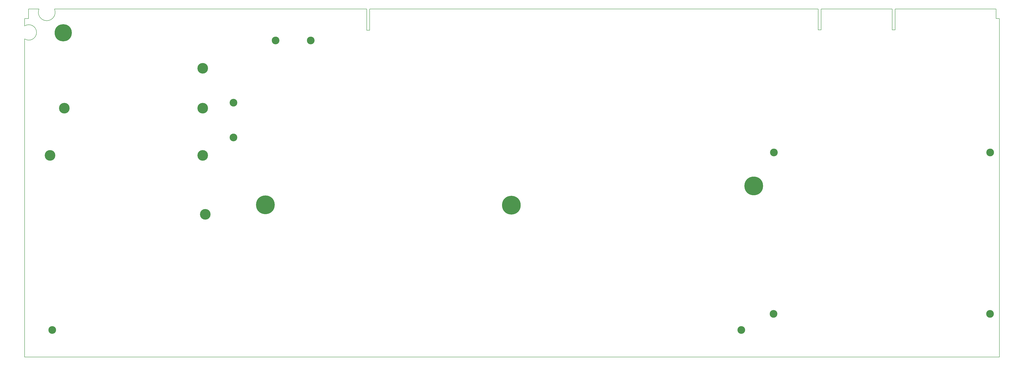
<source format=gbr>
%FSLAX34Y34*%
%MOMM*%
%LNOUTLINE*%
G71*
G01*
%ADD10C,0.200*%
%LPD*%
G54D10*
G75*
G01X12Y1379985D02*
G03X12Y1436239I18196J28127D01*
G01*
G54D10*
G75*
G01X62327Y1509686D02*
G03X129523Y1509686I33598J-14262D01*
G01*
G54D10*
G75*
G01X3262987Y187325D02*
G03X3262987Y187325I-15875J0D01*
G01*
G36*
G75*
G01X3262987Y187325D02*
G03X3262987Y187325I-15875J0D01*
G01*
G37*
X3262987Y187325D01*
G54D10*
G75*
G01X3264575Y887412D02*
G03X3264575Y887412I-15875J0D01*
G01*
G36*
G75*
G01X3264575Y887412D02*
G03X3264575Y887412I-15875J0D01*
G01*
G37*
X3264575Y887412D01*
G54D10*
G75*
G01X4202312Y887412D02*
G03X4202312Y887412I-15875J0D01*
G01*
G36*
G75*
G01X4202312Y887412D02*
G03X4202312Y887412I-15875J0D01*
G01*
G37*
X4202312Y887412D01*
G54D10*
G75*
G01X4201725Y187325D02*
G03X4201725Y187325I-15875J0D01*
G01*
G36*
G75*
G01X4201725Y187325D02*
G03X4201725Y187325I-15875J0D01*
G01*
G37*
X4201725Y187325D01*
G54D10*
G75*
G01X3123287Y117475D02*
G03X3123287Y117475I-15875J0D01*
G01*
G36*
G75*
G01X3123287Y117475D02*
G03X3123287Y117475I-15875J0D01*
G01*
G37*
X3123287Y117475D01*
G54D10*
G75*
G01X135613Y117475D02*
G03X135613Y117475I-15875J0D01*
G01*
G36*
G75*
G01X135613Y117475D02*
G03X135613Y117475I-15875J0D01*
G01*
G37*
X135613Y117475D01*
G54D10*
G75*
G01X921424Y952501D02*
G03X921424Y952501I-15875J0D01*
G01*
G36*
G75*
G01X921424Y952501D02*
G03X921424Y952501I-15875J0D01*
G01*
G37*
X921424Y952501D01*
G54D10*
G75*
G01X921424Y1103313D02*
G03X921424Y1103313I-15875J0D01*
G01*
G36*
G75*
G01X921424Y1103313D02*
G03X921424Y1103313I-15875J0D01*
G01*
G37*
X921424Y1103313D01*
G54D10*
G75*
G01X1103987Y1373188D02*
G03X1103987Y1373188I-15875J0D01*
G01*
G36*
G75*
G01X1103987Y1373188D02*
G03X1103987Y1373188I-15875J0D01*
G01*
G37*
X1103987Y1373188D01*
G54D10*
G75*
G01X1256387Y1373188D02*
G03X1256387Y1373188I-15875J0D01*
G01*
G36*
G75*
G01X1256387Y1373188D02*
G03X1256387Y1373188I-15875J0D01*
G01*
G37*
X1256387Y1373188D01*
G54D10*
G75*
G01X3201074Y742274D02*
G03X3201074Y742274I-39686J0D01*
G01*
G36*
G75*
G01X3201074Y742274D02*
G03X3201074Y742274I-39686J0D01*
G01*
G37*
X3201074Y742274D01*
G54D10*
G75*
G01X2150148Y658812D02*
G03X2150148Y658812I-39686J0D01*
G01*
G36*
G75*
G01X2150148Y658812D02*
G03X2150148Y658812I-39686J0D01*
G01*
G37*
X2150148Y658812D01*
G54D10*
G75*
G01X1083586Y660400D02*
G03X1083586Y660400I-39686J0D01*
G01*
G36*
G75*
G01X1083586Y660400D02*
G03X1083586Y660400I-39686J0D01*
G01*
G37*
X1083586Y660400D01*
G54D10*
G75*
G01X203874Y1406525D02*
G03X203874Y1406525I-36512J0D01*
G01*
G36*
G75*
G01X203874Y1406525D02*
G03X203874Y1406525I-36512J0D01*
G01*
G37*
X203874Y1406525D01*
G54D10*
G75*
G01X194350Y1079500D02*
G03X194350Y1079500I-22225J0D01*
G01*
G36*
G75*
G01X194350Y1079500D02*
G03X194350Y1079500I-22225J0D01*
G01*
G37*
X194350Y1079500D01*
G54D10*
G75*
G01X132437Y874713D02*
G03X132437Y874713I-22225J0D01*
G01*
G36*
G75*
G01X132437Y874713D02*
G03X132437Y874713I-22225J0D01*
G01*
G37*
X132437Y874713D01*
G54D10*
G75*
G01X805538Y619125D02*
G03X805538Y619125I-22225J0D01*
G01*
G36*
G75*
G01X805538Y619125D02*
G03X805538Y619125I-22225J0D01*
G01*
G37*
X805538Y619125D01*
G54D10*
G75*
G01X794425Y874713D02*
G03X794425Y874713I-22225J0D01*
G01*
G36*
G75*
G01X794425Y874713D02*
G03X794425Y874713I-22225J0D01*
G01*
G37*
X794425Y874713D01*
G54D10*
G75*
G01X794425Y1079500D02*
G03X794425Y1079500I-22225J0D01*
G01*
G36*
G75*
G01X794425Y1079500D02*
G03X794425Y1079500I-22225J0D01*
G01*
G37*
X794425Y1079500D01*
G54D10*
G75*
G01X794425Y1252538D02*
G03X794425Y1252538I-22225J0D01*
G01*
G36*
G75*
G01X794425Y1252538D02*
G03X794425Y1252538I-22225J0D01*
G01*
G37*
X794425Y1252538D01*
G54D10*
X0Y0D02*
X0Y1379131D01*
X-16Y1380114D01*
G54D10*
X0Y1468438D02*
X16550Y1468438D01*
X16550Y1509712D01*
X62300Y1509712D01*
G54D10*
X0Y1468438D02*
X0Y1436294D01*
X-16Y1436311D01*
G54D10*
X129524Y1509686D02*
X1483373Y1509686D01*
X1483400Y1509712D01*
X1483400Y1417638D01*
X1496100Y1417638D01*
X1496100Y1509712D01*
X3440788Y1509712D01*
X3440788Y1419225D01*
X3453488Y1419225D01*
X3453488Y1509712D01*
X3761462Y1509712D01*
X3761462Y1419225D01*
X3774162Y1419225D01*
X3774162Y1509712D01*
X4212312Y1509712D01*
X4212312Y1468438D01*
X4226362Y1468438D01*
X4226362Y0D01*
X0Y0D01*
M02*

</source>
